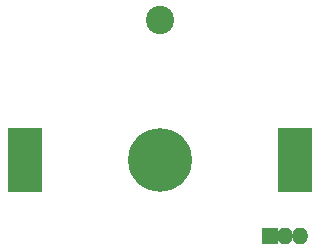
<source format=gbs>
G04 #@! TF.FileFunction,Soldermask,Bot*
%FSLAX46Y46*%
G04 Gerber Fmt 4.6, Leading zero omitted, Abs format (unit mm)*
G04 Created by KiCad (PCBNEW 4.0.6-e0-6349~52~ubuntu16.10.1) date Thu Nov 30 13:26:54 2017*
%MOMM*%
%LPD*%
G01*
G04 APERTURE LIST*
%ADD10C,0.100000*%
%ADD11R,1.400000X1.400000*%
%ADD12O,1.400000X1.400000*%
%ADD13C,2.398980*%
%ADD14C,5.400000*%
%ADD15R,2.900000X5.500000*%
G04 APERTURE END LIST*
D10*
D11*
X174345600Y-143967200D03*
D12*
X175615600Y-143967200D03*
X176885600Y-143967200D03*
D13*
X165049200Y-125730000D03*
D14*
X165018400Y-137591800D03*
D15*
X153568400Y-137591800D03*
X176468400Y-137591800D03*
M02*

</source>
